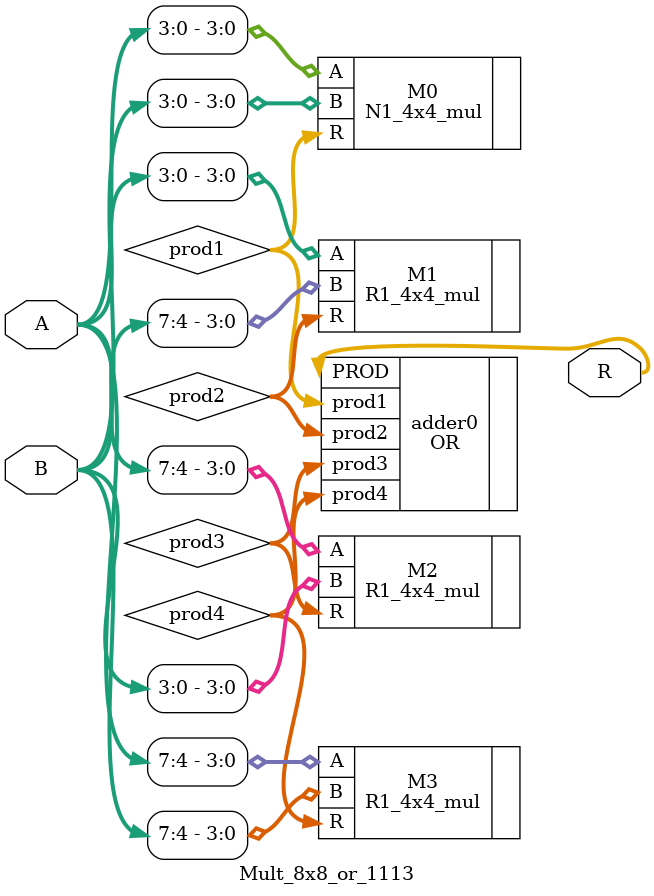
<source format=v>
module Mult_8x8_or_1113(
input [7:0] A,
input [7:0] B,
output [15:0]R
);
wire [7:0]prod1;
wire [7:0]prod2;
wire [7:0]prod3;
wire [7:0]prod4;

N1_4x4_mul M0(.A(A[3:0]),.B(B[3:0]),.R(prod1));
R1_4x4_mul M1(.A(A[3:0]),.B(B[7:4]),.R(prod2));
R1_4x4_mul M2(.A(A[7:4]),.B(B[3:0]),.R(prod3));
R1_4x4_mul M3(.A(A[7:4]),.B(B[7:4]),.R(prod4));
OR adder0(.prod1(prod1),.prod2(prod2),.prod3(prod3),.prod4(prod4),.PROD(R));
endmodule

</source>
